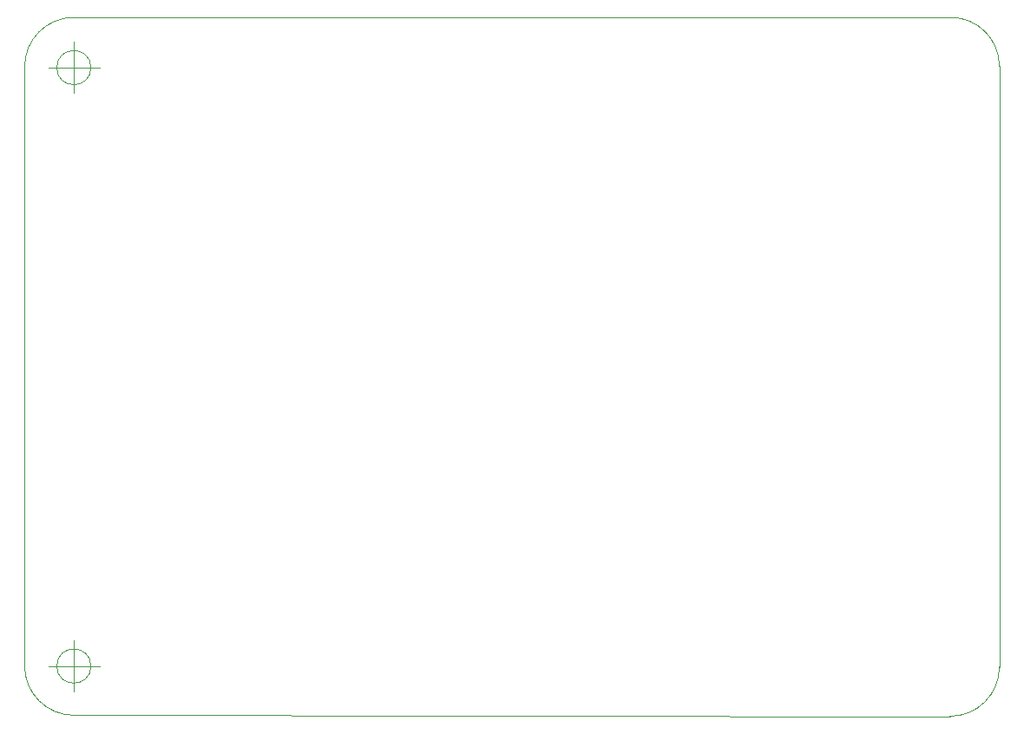
<source format=gbr>
%TF.GenerationSoftware,KiCad,Pcbnew,(5.1.12)-1*%
%TF.CreationDate,2022-03-21T20:12:08+01:00*%
%TF.ProjectId,TelemetryPrimePCB,54656c65-6d65-4747-9279-5072696d6550,rev?*%
%TF.SameCoordinates,Original*%
%TF.FileFunction,Profile,NP*%
%FSLAX46Y46*%
G04 Gerber Fmt 4.6, Leading zero omitted, Abs format (unit mm)*
G04 Created by KiCad (PCBNEW (5.1.12)-1) date 2022-03-21 20:12:08*
%MOMM*%
%LPD*%
G01*
G04 APERTURE LIST*
%TA.AperFunction,Profile*%
%ADD10C,0.050000*%
%TD*%
G04 APERTURE END LIST*
D10*
X102300000Y-117550000D02*
X102300000Y-59200000D01*
X102300000Y-117700000D02*
X102300000Y-117550000D01*
X192600000Y-122600000D02*
X107100000Y-122500000D01*
X192650000Y-54400000D02*
X107100000Y-54400000D01*
X102300000Y-59200000D02*
G75*
G02*
X107100000Y-54400000I4800000J0D01*
G01*
X108766666Y-59300000D02*
G75*
G03*
X108766666Y-59300000I-1666666J0D01*
G01*
X104600000Y-59300000D02*
X109600000Y-59300000D01*
X107100000Y-56800000D02*
X107100000Y-61800000D01*
X107100000Y-122500000D02*
G75*
G02*
X102300000Y-117700000I0J4800000D01*
G01*
X108766666Y-117700000D02*
G75*
G03*
X108766666Y-117700000I-1666666J0D01*
G01*
X104600000Y-117700000D02*
X109600000Y-117700000D01*
X107100000Y-115200000D02*
X107100000Y-120200000D01*
X197400000Y-117800000D02*
X197400000Y-59150000D01*
X192650000Y-54400000D02*
G75*
G02*
X197400000Y-59150000I0J-4750000D01*
G01*
X197400000Y-117800000D02*
G75*
G02*
X192600000Y-122600000I-4800000J0D01*
G01*
M02*

</source>
